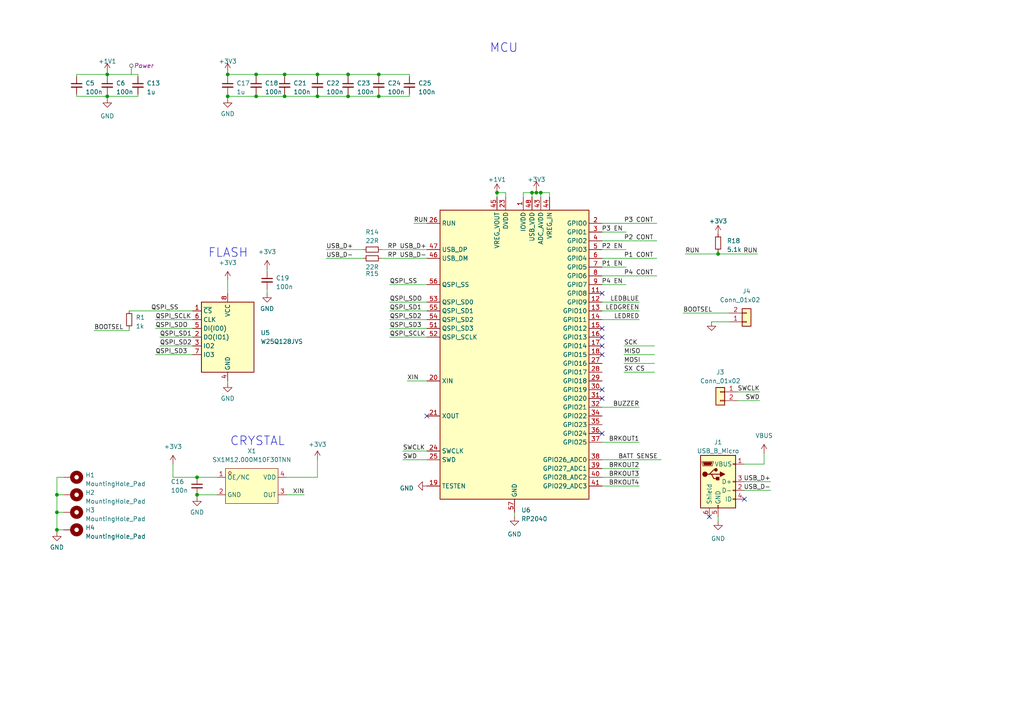
<source format=kicad_sch>
(kicad_sch (version 20231120) (generator "eeschema") (generator_version "8.0")
  (paper "A4")
  (lib_symbols
    (symbol "Connector:USB_B_Micro" (pin_names (offset 1.016))
      (property "Reference" "J" (at -5.08 11.43 0))
      (property "Value" "USB_B_Micro" (at -5.08 8.89 0))
      (symbol "USB_B_Micro_0_1"
        (rectangle (start -5.08 -7.62) (end 5.08 7.62) (stroke (width 0.254)) (fill (type background)))
        (circle (center -3.81 2.159) (radius 0.635) (stroke (width 0.254)) (fill (type outline)))
        (circle (center -0.635 3.429) (radius 0.381) (stroke (width 0.254)) (fill (type outline)))
        (rectangle (start -0.127 -7.62) (end 0.127 -6.858))
        (polyline (pts (xy -1.905 2.159) (xy 0.635 2.159)) (stroke (width 0.254)))
        (polyline (pts (xy -3.175 2.159) (xy -2.54 2.159) (xy -1.27 3.429) (xy -0.635 3.429)) (stroke (width 0.254)))
        (polyline (pts (xy -2.54 2.159) (xy -1.905 2.159) (xy -1.27 0.889) (xy 0 0.889)) (stroke (width 0.254)))
        (polyline (pts (xy 0.635 2.794) (xy 0.635 1.524) (xy 1.905 2.159) (xy 0.635 2.794)) (stroke (width 0.254)) (fill (type outline)))
        (polyline (pts (xy -4.318 5.588) (xy -1.778 5.588) (xy -2.032 4.826) (xy -4.064 4.826) (xy -4.318 5.588)) (fill (type outline)))
        (polyline (pts (xy -4.699 5.842) (xy -4.699 5.588) (xy -4.445 4.826) (xy -4.445 4.572) (xy -1.651 4.572) (xy -1.651 4.826) (xy -1.397 5.588) (xy -1.397 5.842) (xy -4.699 5.842)))
        (rectangle (start 0.254 1.27) (end -0.508 0.508) (stroke (width 0.254)) (fill (type outline)))
        (rectangle (start 5.08 -5.207) (end 4.318 -4.953))
        (rectangle (start 5.08 -2.667) (end 4.318 -2.413))
        (rectangle (start 5.08 -0.127) (end 4.318 0.127))
        (rectangle (start 5.08 4.953) (end 4.318 5.207))
      )
      (symbol "USB_B_Micro_1_1"
        (pin power_out line (at 7.62 5.08 180) (length 2.54) (name "VBUS") (number "1"))
        (pin bidirectional line (at 7.62 -2.54 180) (length 2.54) (name "D-") (number "2"))
        (pin bidirectional line (at 7.62 0 180) (length 2.54) (name "D+") (number "3"))
        (pin passive line (at 7.62 -5.08 180) (length 2.54) (name "ID") (number "4"))
        (pin power_out line (at 0 -10.16 90) (length 2.54) (name "GND") (number "5"))
        (pin passive line (at -2.54 -10.16 90) (length 2.54) (name "Shield") (number "6"))
      )
    )
    (symbol "Connector_Generic:Conn_01x02" (pin_names (offset 1.016) hide)
      (property "Reference" "J" (at 0 2.54 0))
      (property "Value" "Conn_01x02" (at 0 -5.08 0))
      (symbol "Conn_01x02_1_1"
        (rectangle (start -1.27 -2.413) (end 0 -2.667) (stroke (width 0.1524)))
        (rectangle (start -1.27 0.127) (end 0 -0.127) (stroke (width 0.1524)))
        (rectangle (start -1.27 1.27) (end 1.27 -3.81) (stroke (width 0.254)) (fill (type background)))
        (pin passive line (at -5.08 0 0) (length 3.81) (name "Pin_1") (number "1"))
        (pin passive line (at -5.08 -2.54 0) (length 3.81) (name "Pin_2") (number "2"))
      )
    )
    (symbol "Device:C_Small" (pin_numbers hide) (pin_names (offset 0.254) hide)
      (property "Reference" "C" (at 0.254 1.778 0))
      (property "Value" "C_Small" (at 0.254 -2.032 0))
      (symbol "C_Small_0_1"
        (polyline (pts (xy -1.524 -0.508) (xy 1.524 -0.508)) (stroke (width 0.3302)))
        (polyline (pts (xy -1.524 0.508) (xy 1.524 0.508)) (stroke (width 0.3048)))
      )
      (symbol "C_Small_1_1"
        (pin passive line (at 0 2.54 270) (length 2.032) (name "~") (number "1"))
        (pin passive line (at 0 -2.54 90) (length 2.032) (name "~") (number "2"))
      )
    )
    (symbol "Device:R_Small" (pin_numbers hide) (pin_names (offset 0.254) hide)
      (property "Reference" "R" (at 0.762 0.508 0))
      (property "Value" "R_Small" (at 0.762 -1.016 0))
      (symbol "R_Small_0_1"
        (rectangle (start -0.762 1.778) (end 0.762 -1.778) (stroke (width 0.2032)))
      )
      (symbol "R_Small_1_1"
        (pin passive line (at 0 2.54 270) (length 0.762) (name "~") (number "1"))
        (pin passive line (at 0 -2.54 90) (length 0.762) (name "~") (number "2"))
      )
    )
    (symbol "MCU_RaspberryPi:RP2040"
      (property "Reference" "U" (at 17.78 45.72 0))
      (property "Value" "RP2040" (at 17.78 43.18 0))
      (symbol "RP2040_0_1"
        (rectangle (start -21.59 41.91) (end 21.59 -41.91) (stroke (width 0.254)) (fill (type background)))
      )
      (symbol "RP2040_1_1"
        (pin power_in line (at 2.54 45.72 270) (length 3.81) (name "IOVDD") (number "1"))
        (pin passive line (at 2.54 45.72 270) (length 3.81) hide (name "IOVDD") (number "10"))
        (pin bidirectional line (at 25.4 17.78 180) (length 3.81) (name "GPIO8") (number "11"))
        (pin bidirectional line (at 25.4 15.24 180) (length 3.81) (name "GPIO9") (number "12"))
        (pin bidirectional line (at 25.4 12.7 180) (length 3.81) (name "GPIO10") (number "13"))
        (pin bidirectional line (at 25.4 10.16 180) (length 3.81) (name "GPIO11") (number "14"))
        (pin bidirectional line (at 25.4 7.62 180) (length 3.81) (name "GPIO12") (number "15"))
        (pin bidirectional line (at 25.4 5.08 180) (length 3.81) (name "GPIO13") (number "16"))
        (pin bidirectional line (at 25.4 2.54 180) (length 3.81) (name "GPIO14") (number "17"))
        (pin bidirectional line (at 25.4 0 180) (length 3.81) (name "GPIO15") (number "18"))
        (pin input line (at -25.4 -38.1 0) (length 3.81) (name "TESTEN") (number "19"))
        (pin bidirectional line (at 25.4 38.1 180) (length 3.81) (name "GPIO0") (number "2"))
        (pin input line (at -25.4 -7.62 0) (length 3.81) (name "XIN") (number "20"))
        (pin passive line (at -25.4 -17.78 0) (length 3.81) (name "XOUT") (number "21"))
        (pin passive line (at 2.54 45.72 270) (length 3.81) hide (name "IOVDD") (number "22"))
        (pin power_in line (at -2.54 45.72 270) (length 3.81) (name "DVDD") (number "23"))
        (pin output line (at -25.4 -27.94 0) (length 3.81) (name "SWCLK") (number "24"))
        (pin bidirectional line (at -25.4 -30.48 0) (length 3.81) (name "SWD") (number "25"))
        (pin input line (at -25.4 38.1 0) (length 3.81) (name "RUN") (number "26"))
        (pin bidirectional line (at 25.4 -2.54 180) (length 3.81) (name "GPIO16") (number "27"))
        (pin bidirectional line (at 25.4 -5.08 180) (length 3.81) (name "GPIO17") (number "28"))
        (pin bidirectional line (at 25.4 -7.62 180) (length 3.81) (name "GPIO18") (number "29"))
        (pin bidirectional line (at 25.4 35.56 180) (length 3.81) (name "GPIO1") (number "3"))
        (pin bidirectional line (at 25.4 -10.16 180) (length 3.81) (name "GPIO19") (number "30"))
        (pin bidirectional line (at 25.4 -12.7 180) (length 3.81) (name "GPIO20") (number "31"))
        (pin bidirectional line (at 25.4 -15.24 180) (length 3.81) (name "GPIO21") (number "32"))
        (pin passive line (at 2.54 45.72 270) (length 3.81) hide (name "IOVDD") (number "33"))
        (pin bidirectional line (at 25.4 -17.78 180) (length 3.81) (name "GPIO22") (number "34"))
        (pin bidirectional line (at 25.4 -20.32 180) (length 3.81) (name "GPIO23") (number "35"))
        (pin bidirectional line (at 25.4 -22.86 180) (length 3.81) (name "GPIO24") (number "36"))
        (pin bidirectional line (at 25.4 -25.4 180) (length 3.81) (name "GPIO25") (number "37"))
        (pin bidirectional line (at 25.4 -30.48 180) (length 3.81) (name "GPIO26_ADC0") (number "38"))
        (pin bidirectional line (at 25.4 -33.02 180) (length 3.81) (name "GPIO27_ADC1") (number "39"))
        (pin bidirectional line (at 25.4 33.02 180) (length 3.81) (name "GPIO2") (number "4"))
        (pin bidirectional line (at 25.4 -35.56 180) (length 3.81) (name "GPIO28_ADC2") (number "40"))
        (pin bidirectional line (at 25.4 -38.1 180) (length 3.81) (name "GPIO29_ADC3") (number "41"))
        (pin passive line (at 2.54 45.72 270) (length 3.81) hide (name "IOVDD") (number "42"))
        (pin power_in line (at 7.62 45.72 270) (length 3.81) (name "ADC_AVDD") (number "43"))
        (pin power_in line (at 10.16 45.72 270) (length 3.81) (name "VREG_IN") (number "44"))
        (pin power_out line (at -5.08 45.72 270) (length 3.81) (name "VREG_VOUT") (number "45"))
        (pin bidirectional line (at -25.4 27.94 0) (length 3.81) (name "USB_DM") (number "46"))
        (pin bidirectional line (at -25.4 30.48 0) (length 3.81) (name "USB_DP") (number "47"))
        (pin power_in line (at 5.08 45.72 270) (length 3.81) (name "USB_VDD") (number "48"))
        (pin passive line (at 2.54 45.72 270) (length 3.81) hide (name "IOVDD") (number "49"))
        (pin bidirectional line (at 25.4 30.48 180) (length 3.81) (name "GPIO3") (number "5"))
        (pin passive line (at -2.54 45.72 270) (length 3.81) hide (name "DVDD") (number "50"))
        (pin bidirectional line (at -25.4 7.62 0) (length 3.81) (name "QSPI_SD3") (number "51"))
        (pin output line (at -25.4 5.08 0) (length 3.81) (name "QSPI_SCLK") (number "52"))
        (pin bidirectional line (at -25.4 15.24 0) (length 3.81) (name "QSPI_SD0") (number "53"))
        (pin bidirectional line (at -25.4 10.16 0) (length 3.81) (name "QSPI_SD2") (number "54"))
        (pin bidirectional line (at -25.4 12.7 0) (length 3.81) (name "QSPI_SD1") (number "55"))
        (pin bidirectional line (at -25.4 20.32 0) (length 3.81) (name "QSPI_SS") (number "56"))
        (pin power_in line (at 0 -45.72 90) (length 3.81) (name "GND") (number "57"))
        (pin bidirectional line (at 25.4 27.94 180) (length 3.81) (name "GPIO4") (number "6"))
        (pin bidirectional line (at 25.4 25.4 180) (length 3.81) (name "GPIO5") (number "7"))
        (pin bidirectional line (at 25.4 22.86 180) (length 3.81) (name "GPIO6") (number "8"))
        (pin bidirectional line (at 25.4 20.32 180) (length 3.81) (name "GPIO7") (number "9"))
      )
    )
    (symbol "Mechanical:MountingHole_Pad" (pin_numbers hide) (pin_names (offset 1.016) hide)
      (property "Reference" "H" (at 0 6.35 0))
      (property "Value" "MountingHole_Pad" (at 0 4.445 0))
      (symbol "MountingHole_Pad_0_1"
        (circle (center 0 1.27) (radius 1.27) (stroke (width 1.27)))
      )
      (symbol "MountingHole_Pad_1_1"
        (pin input line (at 0 -2.54 90) (length 2.54) (name "1") (number "1"))
      )
    )
    (symbol "Memory_Flash:W25Q128JVS"
      (property "Reference" "U" (at -8.89 8.89 0))
      (property "Value" "W25Q128JVS" (at 7.62 8.89 0))
      (symbol "W25Q128JVS_0_1"
        (rectangle (start -7.62 10.16) (end 7.62 -10.16) (stroke (width 0.254)) (fill (type background)))
      )
      (symbol "W25Q128JVS_1_1"
        (pin input line (at -10.16 7.62 0) (length 2.54) (name "~{CS}") (number "1"))
        (pin bidirectional line (at -10.16 0 0) (length 2.54) (name "DO(IO1)") (number "2"))
        (pin bidirectional line (at -10.16 -2.54 0) (length 2.54) (name "IO2") (number "3"))
        (pin power_in line (at 0 -12.7 90) (length 2.54) (name "GND") (number "4"))
        (pin bidirectional line (at -10.16 2.54 0) (length 2.54) (name "DI(IO0)") (number "5"))
        (pin input line (at -10.16 5.08 0) (length 2.54) (name "CLK") (number "6"))
        (pin bidirectional line (at -10.16 -5.08 0) (length 2.54) (name "IO3") (number "7"))
        (pin power_in line (at 0 12.7 270) (length 2.54) (name "VCC") (number "8"))
      )
    )
    (symbol "easyeda2kicad:SX1M12.000M10F30TNN"
      (property "Reference" "X" (at 0 7.62 0))
      (property "Value" "SX1M12.000M10F30TNN" (at 0 -7.62 0))
      (symbol "SX1M12.000M10F30TNN_0_1"
        (rectangle (start -7.62 5.08) (end 7.62 -5.08) (fill (type background)))
        (circle (center -6.35 3.81) (radius 0.38))
        (pin unspecified line (at -10.16 2.54 0) (length 2.54) (name "OE/NC") (number "1"))
        (pin unspecified line (at -10.16 -2.54 0) (length 2.54) (name "GND") (number "2"))
        (pin unspecified line (at 10.16 -2.54 180) (length 2.54) (name "OUT") (number "3"))
        (pin unspecified line (at 10.16 2.54 180) (length 2.54) (name "VDD") (number "4"))
      )
    )
    (symbol "power:+1V1" (power) (pin_names (offset 0))
      (property "Value" "+1V1" (at 0 3.556 0))
      (symbol "+1V1_0_1"
        (polyline (pts (xy -0.762 1.27) (xy 0 2.54)))
        (polyline (pts (xy 0 0) (xy 0 2.54)))
        (polyline (pts (xy 0 2.54) (xy 0.762 1.27)))
      )
      (symbol "+1V1_1_1"
        (pin power_in line (at 0 0 90) (length 0) hide (name "+1V1") (number "1"))
      )
    )
    (symbol "power:+3V3" (power) (pin_names (offset 0))
      (property "Value" "+3V3" (at 0 3.556 0))
      (symbol "+3V3_0_1"
        (polyline (pts (xy -0.762 1.27) (xy 0 2.54)))
        (polyline (pts (xy 0 0) (xy 0 2.54)))
        (polyline (pts (xy 0 2.54) (xy 0.762 1.27)))
      )
      (symbol "+3V3_1_1"
        (pin power_in line (at 0 0 90) (length 0) hide (name "+3V3") (number "1"))
      )
    )
    (symbol "power:GND" (power) (pin_names (offset 0))
      (property "Value" "GND" (at 0 -3.81 0))
      (symbol "GND_0_1"
        (polyline (pts (xy 0 0) (xy 0 -1.27) (xy 1.27 -1.27) (xy 0 -2.54) (xy -1.27 -1.27) (xy 0 -1.27)))
      )
      (symbol "GND_1_1"
        (pin power_in line (at 0 0 270) (length 0) hide (name "GND") (number "1"))
      )
    )
    (symbol "power:VBUS" (power) (pin_names (offset 0))
      (property "Value" "VBUS" (at 0 3.81 0))
      (symbol "VBUS_0_1"
        (polyline (pts (xy -0.762 1.27) (xy 0 2.54)))
        (polyline (pts (xy 0 0) (xy 0 2.54)))
        (polyline (pts (xy 0 2.54) (xy 0.762 1.27)))
      )
      (symbol "VBUS_1_1"
        (pin power_in line (at 0 0 90) (length 0) hide (name "VBUS") (number "1"))
      )
    )
  )
  (junction (at 100.965 21.59))
  (junction (at 66.04 27.94))
  (junction (at 154.305 55.88))
  (junction (at 16.51 143.51))
  (junction (at 31.115 27.94))
  (junction (at 92.075 21.59))
  (junction (at 74.295 21.59))
  (junction (at 208.28 73.66))
  (junction (at 66.04 21.59))
  (junction (at 109.855 21.59))
  (junction (at 74.295 27.94))
  (junction (at 155.575 55.88))
  (junction (at 156.845 55.88))
  (junction (at 82.55 21.59))
  (junction (at 57.15 143.51))
  (junction (at 82.55 27.94))
  (junction (at 109.855 27.94))
  (junction (at 16.51 153.67))
  (junction (at 100.965 27.94))
  (junction (at 31.115 21.59))
  (junction (at 16.51 148.59))
  (junction (at 92.075 27.94))
  (junction (at 57.15 138.43))
  (junction (at 144.145 55.88))
  (no_connect (at 123.825 120.65))
  (no_connect (at 174.625 115.57))
  (no_connect (at 174.625 85.09))
  (no_connect (at 174.625 100.33))
  (no_connect (at 174.625 113.03))
  (no_connect (at 174.625 97.79))
  (no_connect (at 174.625 95.25))
  (no_connect (at 174.625 125.73))
  (no_connect (at 215.9 144.78))
  (no_connect (at 174.625 102.87))
  (no_connect (at 205.74 149.86))
  (wire (pts (xy 55.88 95.25) (xy 45.085 95.25)))
  (wire (pts (xy 181.61 77.47) (xy 174.625 77.47)))
  (wire (pts (xy 62.865 143.51) (xy 57.15 143.51)))
  (wire (pts (xy 66.04 27.94) (xy 66.04 28.575)))
  (wire (pts (xy 22.225 27.94) (xy 31.115 27.94)))
  (wire (pts (xy 66.04 27.94) (xy 74.295 27.94)))
  (wire (pts (xy 92.075 27.94) (xy 92.075 27.305)))
  (wire (pts (xy 74.295 21.59) (xy 82.55 21.59)))
  (wire (pts (xy 156.845 55.88) (xy 156.845 57.15)))
  (wire (pts (xy 110.49 72.39) (xy 123.825 72.39)))
  (wire (pts (xy 181.61 67.31) (xy 174.625 67.31)))
  (wire (pts (xy 82.55 21.59) (xy 82.55 22.225)))
  (wire (pts (xy 116.84 130.81) (xy 123.825 130.81)))
  (wire (pts (xy 120.015 64.77) (xy 123.825 64.77)))
  (wire (pts (xy 213.995 116.205) (xy 220.345 116.205)))
  (wire (pts (xy 92.075 27.94) (xy 100.965 27.94)))
  (wire (pts (xy 66.04 81.28) (xy 66.04 85.09)))
  (wire (pts (xy 190.5 64.77) (xy 174.625 64.77)))
  (wire (pts (xy 174.625 138.43) (xy 185.42 138.43)))
  (wire (pts (xy 144.145 55.88) (xy 144.145 57.15)))
  (wire (pts (xy 174.625 92.71) (xy 185.42 92.71)))
  (wire (pts (xy 82.55 27.94) (xy 92.075 27.94)))
  (wire (pts (xy 181.61 72.39) (xy 174.625 72.39)))
  (wire (pts (xy 77.47 85.09) (xy 77.47 83.82)))
  (wire (pts (xy 208.28 149.86) (xy 208.28 151.13)))
  (wire (pts (xy 55.88 102.87) (xy 45.085 102.87)))
  (wire (pts (xy 92.075 21.59) (xy 92.075 22.225)))
  (wire (pts (xy 211.455 90.805) (xy 198.12 90.805)))
  (wire (pts (xy 31.115 20.955) (xy 31.115 21.59)))
  (wire (pts (xy 109.855 21.59) (xy 118.745 21.59)))
  (wire (pts (xy 180.975 107.95) (xy 189.865 107.95)))
  (wire (pts (xy 180.975 102.87) (xy 189.865 102.87)))
  (wire (pts (xy 66.04 21.59) (xy 74.295 21.59)))
  (wire (pts (xy 113.03 97.79) (xy 123.825 97.79)))
  (wire (pts (xy 100.965 27.94) (xy 109.855 27.94)))
  (wire (pts (xy 146.685 55.88) (xy 146.685 57.15)))
  (wire (pts (xy 82.55 21.59) (xy 92.075 21.59)))
  (wire (pts (xy 113.03 82.55) (xy 123.825 82.55)))
  (wire (pts (xy 74.295 27.94) (xy 74.295 27.305)))
  (wire (pts (xy 174.625 118.11) (xy 185.42 118.11)))
  (wire (pts (xy 154.305 55.88) (xy 154.305 57.15)))
  (wire (pts (xy 40.005 27.94) (xy 40.005 27.305)))
  (wire (pts (xy 16.51 148.59) (xy 18.415 148.59)))
  (wire (pts (xy 144.145 55.88) (xy 146.685 55.88)))
  (wire (pts (xy 113.03 87.63) (xy 123.825 87.63)))
  (wire (pts (xy 181.61 82.55) (xy 174.625 82.55)))
  (wire (pts (xy 155.575 55.245) (xy 155.575 55.88)))
  (wire (pts (xy 66.04 27.94) (xy 66.04 27.305)))
  (wire (pts (xy 27.305 95.885) (xy 37.465 95.885)))
  (wire (pts (xy 55.88 92.71) (xy 45.085 92.71)))
  (wire (pts (xy 208.28 73.025) (xy 208.28 73.66)))
  (wire (pts (xy 151.765 55.88) (xy 154.305 55.88)))
  (wire (pts (xy 123.825 110.49) (xy 118.11 110.49)))
  (wire (pts (xy 74.295 21.59) (xy 74.295 22.225)))
  (wire (pts (xy 190.5 74.93) (xy 174.625 74.93)))
  (wire (pts (xy 94.615 74.93) (xy 105.41 74.93)))
  (wire (pts (xy 118.745 21.59) (xy 118.745 22.225)))
  (wire (pts (xy 113.03 90.17) (xy 123.825 90.17)))
  (wire (pts (xy 180.975 100.33) (xy 189.865 100.33)))
  (wire (pts (xy 174.625 135.89) (xy 185.42 135.89)))
  (wire (pts (xy 16.51 154.305) (xy 16.51 153.67)))
  (wire (pts (xy 66.04 111.125) (xy 66.04 110.49)))
  (wire (pts (xy 50.165 134.62) (xy 50.165 138.43)))
  (wire (pts (xy 221.615 131.445) (xy 221.615 134.62)))
  (wire (pts (xy 74.295 27.94) (xy 82.55 27.94)))
  (wire (pts (xy 22.225 21.59) (xy 22.225 22.225)))
  (wire (pts (xy 92.075 138.43) (xy 83.185 138.43)))
  (wire (pts (xy 156.845 55.88) (xy 159.385 55.88)))
  (wire (pts (xy 215.9 142.24) (xy 223.52 142.24)))
  (wire (pts (xy 31.115 21.59) (xy 31.115 22.225)))
  (wire (pts (xy 100.965 27.94) (xy 100.965 27.305)))
  (wire (pts (xy 109.855 21.59) (xy 109.855 22.225)))
  (wire (pts (xy 190.5 80.01) (xy 174.625 80.01)))
  (wire (pts (xy 31.115 21.59) (xy 40.005 21.59)))
  (wire (pts (xy 174.625 87.63) (xy 185.42 87.63)))
  (wire (pts (xy 159.385 55.88) (xy 159.385 57.15)))
  (wire (pts (xy 174.625 90.17) (xy 185.42 90.17)))
  (wire (pts (xy 16.51 153.67) (xy 18.415 153.67)))
  (wire (pts (xy 82.55 27.94) (xy 82.55 27.305)))
  (wire (pts (xy 66.04 20.955) (xy 66.04 21.59)))
  (wire (pts (xy 22.225 27.94) (xy 22.225 27.305)))
  (wire (pts (xy 198.755 73.66) (xy 208.28 73.66)))
  (wire (pts (xy 37.465 95.885) (xy 37.465 95.25)))
  (wire (pts (xy 211.455 93.345) (xy 206.375 93.345)))
  (wire (pts (xy 113.03 95.25) (xy 123.825 95.25)))
  (wire (pts (xy 155.575 55.88) (xy 156.845 55.88)))
  (wire (pts (xy 46.355 100.33) (xy 55.88 100.33)))
  (wire (pts (xy 174.625 128.27) (xy 185.42 128.27)))
  (wire (pts (xy 46.355 97.79) (xy 55.88 97.79)))
  (wire (pts (xy 37.465 90.17) (xy 55.88 90.17)))
  (wire (pts (xy 16.51 153.67) (xy 16.51 148.59)))
  (wire (pts (xy 109.855 27.94) (xy 109.855 27.305)))
  (wire (pts (xy 215.9 139.7) (xy 223.52 139.7)))
  (wire (pts (xy 110.49 74.93) (xy 123.825 74.93)))
  (wire (pts (xy 83.185 143.51) (xy 88.265 143.51)))
  (wire (pts (xy 16.51 148.59) (xy 16.51 143.51)))
  (wire (pts (xy 16.51 143.51) (xy 16.51 138.43)))
  (wire (pts (xy 213.995 113.665) (xy 220.345 113.665)))
  (wire (pts (xy 151.765 57.15) (xy 151.765 55.88)))
  (wire (pts (xy 50.165 138.43) (xy 57.15 138.43)))
  (wire (pts (xy 31.115 27.94) (xy 40.005 27.94)))
  (wire (pts (xy 190.5 69.85) (xy 174.625 69.85)))
  (wire (pts (xy 77.47 78.105) (xy 77.47 78.74)))
  (wire (pts (xy 16.51 143.51) (xy 18.415 143.51)))
  (wire (pts (xy 22.225 21.59) (xy 31.115 21.59)))
  (wire (pts (xy 57.15 138.43) (xy 62.865 138.43)))
  (wire (pts (xy 92.075 133.35) (xy 92.075 138.43)))
  (wire (pts (xy 109.855 27.94) (xy 118.745 27.94)))
  (wire (pts (xy 31.115 27.94) (xy 31.115 27.305)))
  (wire (pts (xy 116.84 133.35) (xy 123.825 133.35)))
  (wire (pts (xy 174.625 133.35) (xy 191.77 133.35)))
  (wire (pts (xy 92.075 21.59) (xy 100.965 21.59)))
  (wire (pts (xy 118.745 27.94) (xy 118.745 27.305)))
  (wire (pts (xy 154.305 55.88) (xy 155.575 55.88)))
  (wire (pts (xy 31.115 27.94) (xy 31.115 28.575)))
  (wire (pts (xy 57.15 143.51) (xy 57.15 144.145)))
  (wire (pts (xy 40.005 21.59) (xy 40.005 22.225)))
  (wire (pts (xy 149.225 149.86) (xy 149.225 148.59)))
  (wire (pts (xy 94.615 72.39) (xy 105.41 72.39)))
  (wire (pts (xy 66.04 21.59) (xy 66.04 22.225)))
  (wire (pts (xy 215.9 134.62) (xy 221.615 134.62)))
  (wire (pts (xy 208.28 73.66) (xy 219.71 73.66)))
  (wire (pts (xy 16.51 138.43) (xy 18.415 138.43)))
  (wire (pts (xy 100.965 21.59) (xy 100.965 22.225)))
  (wire (pts (xy 100.965 21.59) (xy 109.855 21.59)))
  (wire (pts (xy 174.625 140.97) (xy 185.42 140.97)))
  (wire (pts (xy 180.975 105.41) (xy 189.865 105.41)))
  (wire (pts (xy 113.03 92.71) (xy 123.825 92.71)))
  (text "MCU" (at 141.986 15.494 0) (effects (font (size 2.54 2.54)) (justify left bottom)))
  (text "CRYSTAL" (at 66.675 129.54 0) (effects (font (size 2.54 2.54)) (justify left bottom)))
  (text "FLASH" (at 60.325 74.93 0) (effects (font (size 2.54 2.54)) (justify left bottom)))
  (label "P3 CONT " (at 190.5 64.77 180))
  (label "BRKOUT1" (at 185.42 128.27 180))
  (label "QSPI_SCLK" (at 113.03 97.79 0))
  (label "XIN" (at 88.265 143.51 180))
  (label "BRKOUT3" (at 185.42 138.43 180))
  (label "USB_D-" (at 94.615 74.93 0))
  (label "SWD" (at 116.84 133.35 0))
  (label "XIN" (at 118.11 110.49 0))
  (label "BRKOUT2" (at 185.42 135.89 180))
  (label "QSPI_SD3" (at 113.03 95.25 0))
  (label "SCK" (at 180.975 100.33 0))
  (label "QSPI_SS" (at 113.03 82.55 0))
  (label "QSPI_SDO" (at 113.03 87.63 0))
  (label "SWD" (at 220.345 116.205 180))
  (label "USB_D+" (at 223.52 139.7 180))
  (label "BUZZER" (at 185.42 118.11 180))
  (label "BATT SENSE " (at 191.77 133.35 180))
  (label "BRKOUT4" (at 185.42 140.97 180))
  (label "QSPI_SDO" (at 45.085 95.25 0))
  (label "P1 CONT " (at 190.5 74.93 180))
  (label "RUN" (at 120.015 64.77 0))
  (label "P2 EN " (at 181.61 72.39 180))
  (label "QSPI_SD1" (at 113.03 90.17 0))
  (label "QSPI_SD1" (at 46.355 97.79 0))
  (label "P2 CONT " (at 190.5 69.85 180))
  (label "RUN" (at 198.755 73.66 0))
  (label "P4 CONT " (at 190.5 80.01 180))
  (label "P4 EN " (at 181.61 82.55 180))
  (label "BOOTSEL" (at 198.12 90.805 0))
  (label "QSPI_SS" (at 43.815 90.17 0))
  (label "SWCLK" (at 116.84 130.81 0))
  (label "MISO" (at 180.975 102.87 0))
  (label "USB_D+" (at 94.615 72.39 0))
  (label "QSPI_SD2" (at 113.03 92.71 0))
  (label "MOSI" (at 180.975 105.41 0))
  (label "P1 EN " (at 181.61 77.47 180))
  (label "SWCLK" (at 220.345 113.665 180))
  (label "LEDRED" (at 185.42 92.71 180))
  (label "RP USB_D-" (at 112.395 74.93 0))
  (label "LEDGREEN" (at 185.42 90.17 180))
  (label "QSPI_SCLK" (at 45.085 92.71 0))
  (label "BOOTSEL" (at 27.305 95.885 0))
  (label "USB_D-" (at 223.52 142.24 180))
  (label "RP USB_D+" (at 112.395 72.39 0))
  (label "P3 EN " (at 181.61 67.31 180))
  (label "RUN" (at 219.71 73.66 180))
  (label "QSPI_SD2" (at 46.355 100.33 0))
  (label "LEDBLUE" (at 185.42 87.63 180))
  (label "SX CS" (at 180.975 107.95 0))
  (label "QSPI_SD3" (at 45.085 102.87 0))
  (netclass_flag "" (length 2.54) (shape round) (at 38.1 21.59 0) (property "Netclass" "Power" (at 38.7985 19.05 0) (effects (font (italic yes)) (justify left))))
  (symbol (lib_id "power:+3V3") (at 66.04 20.955 0) (unit 1)
    (property "Reference" "#PWR048" (effects (hide yes)))
    (property "Value" "+3V3" (at 66.04 17.78 0))
  )
  (symbol (lib_id "Mechanical:MountingHole_Pad") (at 20.955 143.51 270) (unit 1) (exclude_from_sim yes) (in_bom no)
    (property "Reference" "H2" (at 24.765 142.875 90) (effects (justify left)))
    (property "Value" "MountingHole_Pad" (at 24.765 145.415 90) (effects (justify left)))
    (property "Footprint" "MountingHole:MountingHole_3.2mm_M3_DIN965_Pad" (effects (hide yes)))
  )
  (symbol (lib_id "Device:C_Small") (at 31.115 24.765 0) (unit 1)
    (property "Reference" "C6" (at 33.655 24.1363 0) (effects (justify left)))
    (property "Value" "100n" (at 33.655 26.6763 0) (effects (justify left)))
    (property "Footprint" "Capacitor_SMD:C_0402_1005Metric" (effects (hide yes)))
    (property "LCSC Part" "C1525" (effects (hide yes)))
  )
  (symbol (lib_id "power:GND") (at 31.115 28.575 0) (unit 1)
    (property "Reference" "#PWR08" (effects (hide yes)))
    (property "Value" "GND" (at 31.115 33.655 0))
  )
  (symbol (lib_id "Mechanical:MountingHole_Pad") (at 20.955 138.43 270) (unit 1) (exclude_from_sim yes) (in_bom no)
    (property "Reference" "H1" (at 24.765 137.795 90) (effects (justify left)))
    (property "Value" "MountingHole_Pad" (at 24.765 140.335 90) (effects (justify left)))
    (property "Footprint" "MountingHole:MountingHole_3.2mm_M3_DIN965_Pad" (effects (hide yes)))
  )
  (symbol (lib_id "MCU_RaspberryPi:RP2040") (at 149.225 102.87 0) (unit 1)
    (property "Reference" "U6" (at 151.1809 147.955 0) (effects (justify left)))
    (property "Value" "RP2040" (at 151.1809 150.495 0) (effects (justify left)))
    (property "Footprint" "Package_DFN_QFN:QFN-56-1EP_7x7mm_P0.4mm_EP3.2x3.2mm" (effects (hide yes)))
    (property "Datasheet" "https://datasheets.raspberrypi.com/rp2040/rp2040-datasheet.pdf" (effects (hide yes)))
    (property "LCSC Part" "C2040" (effects (hide yes)))
  )
  (symbol (lib_id "Device:C_Small") (at 118.745 24.765 0) (unit 1)
    (property "Reference" "C25" (at 121.285 24.1363 0) (effects (justify left)))
    (property "Value" "100n" (at 121.285 26.6763 0) (effects (justify left)))
    (property "Footprint" "Capacitor_SMD:C_0402_1005Metric" (effects (hide yes)))
    (property "LCSC Part" "C1525" (effects (hide yes)))
  )
  (symbol (lib_id "power:GND") (at 149.225 149.86 0) (unit 1)
    (property "Reference" "#PWR059" (effects (hide yes)))
    (property "Value" "GND" (at 149.225 154.94 0))
  )
  (symbol (lib_id "Mechanical:MountingHole_Pad") (at 20.955 153.67 270) (unit 1) (exclude_from_sim yes) (in_bom no)
    (property "Reference" "H4" (at 24.765 153.035 90) (effects (justify left)))
    (property "Value" "MountingHole_Pad" (at 24.765 155.575 90) (effects (justify left)))
    (property "Footprint" "MountingHole:MountingHole_3.2mm_M3_DIN965_Pad" (effects (hide yes)))
  )
  (symbol (lib_id "Connector_Generic:Conn_01x02") (at 208.915 113.665 0) (mirror y) (unit 1) (in_bom no)
    (property "Reference" "J3" (at 208.915 107.95 0))
    (property "Value" "Conn_01x02" (at 208.915 110.49 0))
    (property "Footprint" "Jumper:SolderJumper-2_P1.3mm_Open_Pad1.0x1.5mm" (effects (hide yes)))
  )
  (symbol (lib_id "Connector:USB_B_Micro") (at 208.28 139.7 0) (unit 1)
    (property "Reference" "J1" (at 208.28 128.27 0))
    (property "Value" "USB_B_Micro" (at 208.28 130.81 0))
    (property "Footprint" "easyeda2kicad:MICRO-USB-SMD_U254-051T-4BHJ25-F2S" (effects (hide yes)))
    (property "LCSC Part" "C381143" (effects (hide yes)))
  )
  (symbol (lib_id "Device:C_Small") (at 100.965 24.765 0) (unit 1)
    (property "Reference" "C23" (at 103.505 24.1363 0) (effects (justify left)))
    (property "Value" "100n" (at 103.505 26.6763 0) (effects (justify left)))
    (property "Footprint" "Capacitor_SMD:C_0402_1005Metric" (effects (hide yes)))
    (property "LCSC Part" "C1525" (effects (hide yes)))
  )
  (symbol (lib_id "power:GND") (at 206.375 93.345 0) (mirror y) (unit 1)
    (property "Reference" "#PWR065" (effects (hide yes)))
    (property "Value" "GND" (effects (hide yes)))
  )
  (symbol (lib_id "power:+3V3") (at 66.04 81.28 0) (unit 1)
    (property "Reference" "#PWR051" (effects (hide yes)))
    (property "Value" "+3V3" (at 66.04 76.2 0))
  )
  (symbol (lib_id "power:GND") (at 57.15 144.145 0) (mirror y) (unit 1)
    (property "Reference" "#PWR047" (effects (hide yes)))
    (property "Value" "GND" (at 57.15 148.59 0))
  )
  (symbol (lib_id "power:+3V3") (at 50.165 134.62 0) (unit 1)
    (property "Reference" "#PWR046" (effects (hide yes)))
    (property "Value" "+3V3" (at 50.165 129.54 0))
  )
  (symbol (lib_id "Device:C_Small") (at 57.15 140.97 0) (unit 1)
    (property "Reference" "C16" (at 49.53 139.7 0) (effects (justify left)))
    (property "Value" "100n" (at 49.53 142.24 0) (effects (justify left)))
    (property "Footprint" "Capacitor_SMD:C_0402_1005Metric" (effects (hide yes)))
    (property "LCSC Part" "C1525" (effects (hide yes)))
  )
  (symbol (lib_id "power:GND") (at 208.28 151.13 0) (unit 1)
    (property "Reference" "#PWR067" (effects (hide yes)))
    (property "Value" "GND" (at 208.28 156.21 0))
  )
  (symbol (lib_id "Device:C_Small") (at 77.47 81.28 0) (unit 1)
    (property "Reference" "C19" (at 80.01 80.6513 0) (effects (justify left)))
    (property "Value" "100n" (at 80.01 83.1913 0) (effects (justify left)))
    (property "Footprint" "Capacitor_SMD:C_0402_1005Metric" (effects (hide yes)))
    (property "LCSC Part" "C1525" (effects (hide yes)))
  )
  (symbol (lib_id "Device:R_Small") (at 107.95 72.39 90) (unit 1)
    (property "Reference" "R14" (at 107.95 67.31 90))
    (property "Value" "22R" (at 107.95 69.85 90))
    (property "Footprint" "Resistor_SMD:R_0402_1005Metric" (effects (hide yes)))
    (property "LCSC Part" "C25092" (effects (hide yes)))
  )
  (symbol (lib_id "power:+3V3") (at 155.575 55.245 0) (unit 1)
    (property "Reference" "#PWR060" (effects (hide yes)))
    (property "Value" "+3V3" (at 155.575 52.07 0))
  )
  (symbol (lib_id "power:GND") (at 77.47 85.09 0) (unit 1)
    (property "Reference" "#PWR054" (effects (hide yes)))
    (property "Value" "GND" (at 77.47 89.535 0))
  )
  (symbol (lib_id "Device:C_Small") (at 40.005 24.765 0) (unit 1)
    (property "Reference" "C13" (at 42.545 24.1363 0) (effects (justify left)))
    (property "Value" "1u" (at 42.545 26.6763 0) (effects (justify left)))
    (property "Footprint" "Capacitor_SMD:C_0402_1005Metric" (effects (hide yes)))
    (property "LCSC Part" "C52923" (effects (hide yes)))
  )
  (symbol (lib_id "power:GND") (at 66.04 111.125 0) (unit 1)
    (property "Reference" "#PWR052" (effects (hide yes)))
    (property "Value" "GND" (at 66.04 115.57 0))
  )
  (symbol (lib_id "Device:C_Small") (at 74.295 24.765 0) (unit 1)
    (property "Reference" "C18" (at 76.835 24.1363 0) (effects (justify left)))
    (property "Value" "100n" (at 76.835 26.6763 0) (effects (justify left)))
    (property "Footprint" "Capacitor_SMD:C_0402_1005Metric" (effects (hide yes)))
    (property "LCSC Part" "C1525" (effects (hide yes)))
  )
  (symbol (lib_id "power:+3V3") (at 208.28 67.945 0) (unit 1)
    (property "Reference" "#PWR066" (effects (hide yes)))
    (property "Value" "+3V3" (at 208.28 64.135 0))
  )
  (symbol (lib_id "Device:C_Small") (at 92.075 24.765 0) (unit 1)
    (property "Reference" "C22" (at 94.615 24.1363 0) (effects (justify left)))
    (property "Value" "100n" (at 94.615 26.6763 0) (effects (justify left)))
    (property "Footprint" "Capacitor_SMD:C_0402_1005Metric" (effects (hide yes)))
    (property "LCSC Part" "C1525" (effects (hide yes)))
  )
  (symbol (lib_id "power:+1V1") (at 144.145 55.88 0) (unit 1)
    (property "Reference" "#PWR058" (effects (hide yes)))
    (property "Value" "+1V1" (at 144.145 52.07 0))
  )
  (symbol (lib_id "Device:R_Small") (at 208.28 70.485 0) (unit 1)
    (property "Reference" "R18" (at 210.82 69.85 0) (effects (justify left)))
    (property "Value" "5.1k" (at 210.82 72.39 0) (effects (justify left)))
    (property "Footprint" "Resistor_SMD:R_0402_1005Metric" (effects (hide yes)))
    (property "LCSC Part" "C25905" (effects (hide yes)))
  )
  (symbol (lib_id "Memory_Flash:W25Q128JVS") (at 66.04 97.79 0) (unit 1)
    (property "Reference" "U5" (at 75.565 96.52 0) (effects (justify left)))
    (property "Value" "W25Q128JVS" (at 75.565 99.06 0) (effects (justify left)))
    (property "Footprint" "Package_SO:SOIC-8_5.23x5.23mm_P1.27mm" (effects (hide yes)))
    (property "Datasheet" "http://www.winbond.com/resource-files/w25q128jv_dtr%20revc%2003272018%20plus.pdf" (effects (hide yes)))
    (property "LCSC Part" "C97521" (effects (hide yes)))
  )
  (symbol (lib_id "Connector_Generic:Conn_01x02") (at 216.535 93.345 0) (mirror x) (unit 1) (in_bom no)
    (property "Reference" "J4" (at 216.535 84.455 0))
    (property "Value" "Conn_01x02" (at 214.63 86.995 0))
    (property "Footprint" "Jumper:SolderJumper-2_P1.3mm_Open_RoundedPad1.0x1.5mm" (effects (hide yes)))
  )
  (symbol (lib_id "Device:C_Small") (at 66.04 24.765 0) (unit 1)
    (property "Reference" "C17" (at 68.58 24.1363 0) (effects (justify left)))
    (property "Value" "1u" (at 68.58 26.6763 0) (effects (justify left)))
    (property "Footprint" "Capacitor_SMD:C_0402_1005Metric" (effects (hide yes)))
    (property "LCSC Part" "C52923" (effects (hide yes)))
  )
  (symbol (lib_id "Device:R_Small") (at 107.95 74.93 270) (unit 1)
    (property "Reference" "R15" (at 107.95 79.375 90))
    (property "Value" "22R" (at 107.95 77.47 90))
    (property "Footprint" "Resistor_SMD:R_0402_1005Metric" (effects (hide yes)))
    (property "LCSC Part" "C25092" (effects (hide yes)))
  )
  (symbol (lib_id "power:+3V3") (at 77.47 78.105 0) (unit 1)
    (property "Reference" "#PWR053" (effects (hide yes)))
    (property "Value" "+3V3" (at 77.47 73.025 0))
  )
  (symbol (lib_id "power:GND") (at 66.04 28.575 0) (unit 1)
    (property "Reference" "#PWR049" (effects (hide yes)))
    (property "Value" "GND" (at 66.04 33.02 0))
  )
  (symbol (lib_id "easyeda2kicad:SX1M12.000M10F30TNN") (at 73.025 140.97 0) (unit 1)
    (property "Reference" "X1" (at 73.025 130.81 0))
    (property "Value" "SX1M12.000M10F30TNN" (at 73.025 133.35 0))
    (property "Footprint" "easyeda2kicad:OSC-SMD_4P-L2.0-W1.6-BL" (effects (hide yes)))
    (property "LCSC Part" "C2901608" (effects (hide yes)))
  )
  (symbol (lib_id "Mechanical:MountingHole_Pad") (at 20.955 148.59 270) (unit 1) (exclude_from_sim yes) (in_bom no)
    (property "Reference" "H3" (at 24.765 147.955 90) (effects (justify left)))
    (property "Value" "MountingHole_Pad" (at 24.765 150.495 90) (effects (justify left)))
    (property "Footprint" "MountingHole:MountingHole_3.2mm_M3_DIN965_Pad" (effects (hide yes)))
  )
  (symbol (lib_id "Device:C_Small") (at 22.225 24.765 0) (unit 1)
    (property "Reference" "C5" (at 24.765 24.1363 0) (effects (justify left)))
    (property "Value" "100n" (at 24.765 26.6763 0) (effects (justify left)))
    (property "Footprint" "Capacitor_SMD:C_0402_1005Metric" (effects (hide yes)))
    (property "LCSC Part" "C1525" (effects (hide yes)))
  )
  (symbol (lib_id "Device:C_Small") (at 109.855 24.765 0) (unit 1)
    (property "Reference" "C24" (at 112.395 24.1363 0) (effects (justify left)))
    (property "Value" "100n" (at 112.395 26.6763 0) (effects (justify left)))
    (property "Footprint" "Capacitor_SMD:C_0402_1005Metric" (effects (hide yes)))
    (property "LCSC Part" "C1525" (effects (hide yes)))
  )
  (symbol (lib_id "power:GND") (at 123.825 140.97 270) (unit 1)
    (property "Reference" "#PWR057" (effects (hide yes)))
    (property "Value" "GND" (at 120.015 141.605 90) (effects (justify right)))
  )
  (symbol (lib_id "power:VBUS") (at 221.615 131.445 0) (unit 1)
    (property "Reference" "#PWR068" (effects (hide yes)))
    (property "Value" "VBUS" (at 221.615 126.365 0))
  )
  (symbol (lib_id "Device:R_Small") (at 37.465 92.71 0) (unit 1)
    (property "Reference" "R1" (at 39.37 92.075 0) (effects (justify left)))
    (property "Value" "1k" (at 39.37 94.615 0) (effects (justify left)))
    (property "Footprint" "Resistor_SMD:R_0402_1005Metric" (effects (hide yes)))
    (property "LCSC Part" "C11702" (effects (hide yes)))
  )
  (symbol (lib_id "power:+3V3") (at 92.075 133.35 0) (unit 1)
    (property "Reference" "#PWR055" (effects (hide yes)))
    (property "Value" "+3V3" (at 92.075 128.905 0))
  )
  (symbol (lib_id "power:GND") (at 16.51 154.305 0) (unit 1)
    (property "Reference" "#PWR04" (effects (hide yes)))
    (property "Value" "GND" (at 16.51 158.75 0))
  )
  (symbol (lib_id "Device:C_Small") (at 82.55 24.765 0) (unit 1)
    (property "Reference" "C21" (at 85.09 24.1363 0) (effects (justify left)))
    (property "Value" "100n" (at 85.09 26.67 0) (effects (justify left)))
    (property "Footprint" "Capacitor_SMD:C_0402_1005Metric" (effects (hide yes)))
    (property "LCSC Part" "C1525" (effects (hide yes)))
  )
  (symbol (lib_id "power:+1V1") (at 31.115 20.955 0) (unit 1)
    (property "Reference" "#PWR05" (effects (hide yes)))
    (property "Value" "+1V1" (at 31.115 17.78 0))
  )
)
</source>
